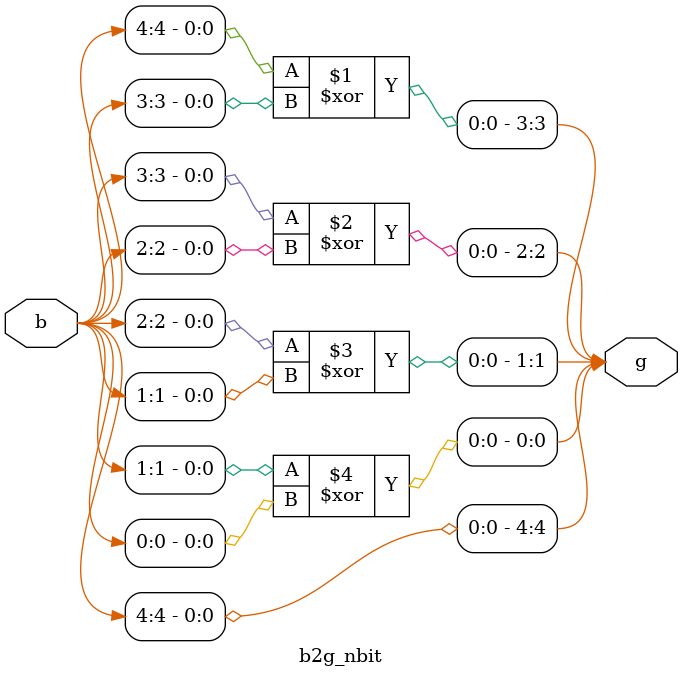
<source format=v>
module b2g_nbit#(parameter n = 5)(output [n-1:0]g, input [n-1:0]b);

assign g[n-1] = b[n-1];
genvar i;
	for(i=n-2; i>=0; i=i-1)
	begin: Binary_to_Gray
		assign g[i] = b[i+1] ^ b[i];
	end

endmodule 
</source>
